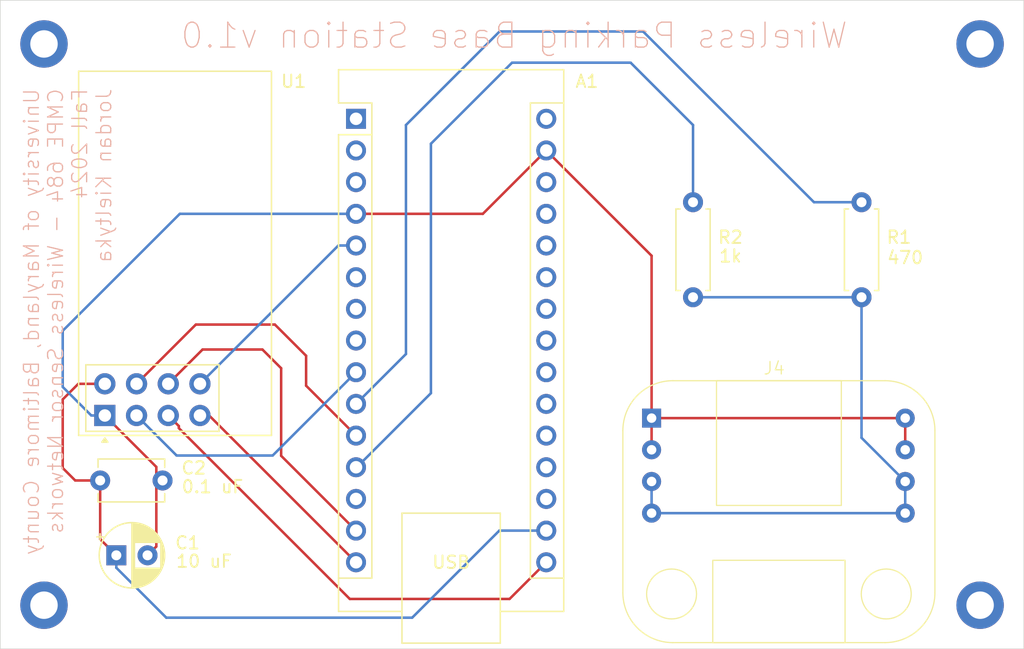
<source format=kicad_pcb>
(kicad_pcb (version 20240108) (generator "pcbnew") (generator_version "8.0")
  (layers (0 "F.Cu" signal) (31 "B.Cu" signal) (34 "B.Paste" user) (35 "F.Paste" user) (36 "B.SilkS" user "B.Silkscreen") (37 "F.SilkS" user "F.Silkscreen") (38 "B.Mask" user) (39 "F.Mask" user) (44 "Edge.Cuts" user))
  (net 0 "")
  (net 1 "Net-(A1-D13)")
  (net 4 "Net-(A1-D9)")
  (net 6 "Net-(A1-D7)")
  (net 7 "GND")
  (net 11 "Net-(A1-D12)")
  (net 13 "Net-(A1-D2)")
  (net 16 "Net-(A1-3V3)")
  (net 17 "Net-(A1-D8)")
  (net 18 "Net-(A1-D11)")
  (net 27 "Net-(A1-D6)")
  (net 30 "Net-(J4-Signal-Pad3)")
  (footprint "Resistor_THT:R_Axial_DIN0207_L6.3mm_D2.5mm_P7.62mm_Horizontal" (layer "F.Cu") (at 143.5 75.69 -90)
    (property "Reference" "R2" (at 2.81 -3 0) (layer "F.SilkS"))
    (property "Value" "1k" (at 4.31 -3 0) (layer "F.SilkS"))
    (fp_line (start 0.54 1.37) (end 7.08 1.37) (stroke (width 0.12)) (layer "F.SilkS"))
    (fp_line (start 7.08 1.37) (end 7.08 1.04) (stroke (width 0.12)) (layer "F.SilkS"))
    (fp_line (start 0.54 1.04) (end 0.54 1.37) (stroke (width 0.12)) (layer "F.SilkS"))
    (fp_line (start 0.54 -1.04) (end 0.54 -1.37) (stroke (width 0.12)) (layer "F.SilkS"))
    (fp_line (start 0.54 -1.37) (end 7.08 -1.37) (stroke (width 0.12)) (layer "F.SilkS"))
    (fp_line (start 7.08 -1.37) (end 7.08 -1.04) (stroke (width 0.12)) (layer "F.SilkS"))
    (pad "1" thru_hole circle (at 0 0 270) (size 1.6 1.6) (drill 0.8) (layers "*.Cu" "*.Mask") (net 4 "Net-(A1-D9)"))
    (pad "2" thru_hole oval (at 7.62 0 270) (size 1.6 1.6) (drill 0.8) (layers "*.Cu" "*.Mask") (net 30 "Net-(J4-Signal-Pad3)"))
  )
  (footprint "Capacitor_THT:CP_Radial_D5.0mm_P2.50mm" (layer "F.Cu") (at 97.294888 104)
    (property "Reference" "C1" (at 5.705112 -1 0) (layer "F.SilkS"))
    (property "Value" "10 uF" (at 7.02593 0.474676 0) (layer "F.SilkS"))
    (fp_line (start -1.554775 -1.475) (end -1.054775 -1.475) (stroke (width 0.12)) (layer "F.SilkS"))
    (fp_line (start -1.304775 -1.725) (end -1.304775 -1.225) (stroke (width 0.12)) (layer "F.SilkS"))
    (fp_line (start 1.25 -2.58) (end 1.25 2.58) (stroke (width 0.12)) (layer "F.SilkS"))
    (fp_line (start 1.29 -2.58) (end 1.29 2.58) (stroke (width 0.12)) (layer "F.SilkS"))
    (fp_line (start 1.33 -2.579) (end 1.33 2.579) (stroke (width 0.12)) (layer "F.SilkS"))
    (fp_line (start 1.37 -2.578) (end 1.37 2.578) (stroke (width 0.12)) (layer "F.SilkS"))
    (fp_line (start 1.41 -2.576) (end 1.41 2.576) (stroke (width 0.12)) (layer "F.SilkS"))
    (fp_line (start 1.45 -2.573) (end 1.45 2.573) (stroke (width 0.12)) (layer "F.SilkS"))
    (fp_line (start 1.49 -2.569) (end 1.49 -1.04) (stroke (width 0.12)) (layer "F.SilkS"))
    (fp_line (start 1.49 1.04) (end 1.49 2.569) (stroke (width 0.12)) (layer "F.SilkS"))
    (fp_line (start 1.53 -2.565) (end 1.53 -1.04) (stroke (width 0.12)) (layer "F.SilkS"))
    (fp_line (start 1.53 1.04) (end 1.53 2.565) (stroke (width 0.12)) (layer "F.SilkS"))
    (fp_line (start 1.57 -2.561) (end 1.57 -1.04) (stroke (width 0.12)) (layer "F.SilkS"))
    (fp_line (start 1.57 1.04) (end 1.57 2.561) (stroke (width 0.12)) (layer "F.SilkS"))
    (fp_line (start 1.61 -2.556) (end 1.61 -1.04) (stroke (width 0.12)) (layer "F.SilkS"))
    (fp_line (start 1.61 1.04) (end 1.61 2.556) (stroke (width 0.12)) (layer "F.SilkS"))
    (fp_line (start 1.65 -2.55) (end 1.65 -1.04) (stroke (width 0.12)) (layer "F.SilkS"))
    (fp_line (start 1.65 1.04) (end 1.65 2.55) (stroke (width 0.12)) (layer "F.SilkS"))
    (fp_line (start 1.69 -2.543) (end 1.69 -1.04) (stroke (width 0.12)) (layer "F.SilkS"))
    (fp_line (start 1.69 1.04) (end 1.69 2.543) (stroke (width 0.12)) (layer "F.SilkS"))
    (fp_line (start 1.73 -2.536) (end 1.73 -1.04) (stroke (width 0.12)) (layer "F.SilkS"))
    (fp_line (start 1.73 1.04) (end 1.73 2.536) (stroke (width 0.12)) (layer "F.SilkS"))
    (fp_line (start 1.77 -2.528) (end 1.77 -1.04) (stroke (width 0.12)) (layer "F.SilkS"))
    (fp_line (start 1.77 1.04) (end 1.77 2.528) (stroke (width 0.12)) (layer "F.SilkS"))
    (fp_line (start 1.81 -2.52) (end 1.81 -1.04) (stroke (width 0.12)) (layer "F.SilkS"))
    (fp_line (start 1.81 1.04) (end 1.81 2.52) (stroke (width 0.12)) (layer "F.SilkS"))
    (fp_line (start 1.85 -2.511) (end 1.85 -1.04) (stroke (width 0.12)) (layer "F.SilkS"))
    (fp_line (start 1.85 1.04) (end 1.85 2.511) (stroke (width 0.12)) (layer "F.SilkS"))
    (fp_line (start 1.89 -2.501) (end 1.89 -1.04) (stroke (width 0.12)) (layer "F.SilkS"))
    (fp_line (start 1.89 1.04) (end 1.89 2.501) (stroke (width 0.12)) (layer "F.SilkS"))
    (fp_line (start 1.93 -2.491) (end 1.93 -1.04) (stroke (width 0.12)) (layer "F.SilkS"))
    (fp_line (start 1.93 1.04) (end 1.93 2.491) (stroke (width 0.12)) (layer "F.SilkS"))
    (fp_line (start 1.971 -2.48) (end 1.971 -1.04) (stroke (width 0.12)) (layer "F.SilkS"))
    (fp_line (start 1.971 1.04) (end 1.971 2.48) (stroke (width 0.12)) (layer "F.SilkS"))
    (fp_line (start 2.011 -2.468) (end 2.011 -1.04) (stroke (width 0.12)) (layer "F.SilkS"))
    (fp_line (start 2.011 1.04) (end 2.011 2.468) (stroke (width 0.12)) (layer "F.SilkS"))
    (fp_line (start 2.051 -2.455) (end 2.051 -1.04) (stroke (width 0.12)) (layer "F.SilkS"))
    (fp_line (start 2.051 1.04) (end 2.051 2.455) (stroke (width 0.12)) (layer "F.SilkS"))
    (fp_line (start 2.091 -2.442) (end 2.091 -1.04) (stroke (width 0.12)) (layer "F.SilkS"))
    (fp_line (start 2.091 1.04) (end 2.091 2.442) (stroke (width 0.12)) (layer "F.SilkS"))
    (fp_line (start 2.131 -2.428) (end 2.131 -1.04) (stroke (width 0.12)) (layer "F.SilkS"))
    (fp_line (start 2.131 1.04) (end 2.131 2.428) (stroke (width 0.12)) (layer "F.SilkS"))
    (fp_line (start 2.171 -2.414) (end 2.171 -1.04) (stroke (width 0.12)) (layer "F.SilkS"))
    (fp_line (start 2.171 1.04) (end 2.171 2.414) (stroke (width 0.12)) (layer "F.SilkS"))
    (fp_line (start 2.211 -2.398) (end 2.211 -1.04) (stroke (width 0.12)) (layer "F.SilkS"))
    (fp_line (start 2.211 1.04) (end 2.211 2.398) (stroke (width 0.12)) (layer "F.SilkS"))
    (fp_line (start 2.251 -2.382) (end 2.251 -1.04) (stroke (width 0.12)) (layer "F.SilkS"))
    (fp_line (start 2.251 1.04) (end 2.251 2.382) (stroke (width 0.12)) (layer "F.SilkS"))
    (fp_line (start 2.291 -2.365) (end 2.291 -1.04) (stroke (width 0.12)) (layer "F.SilkS"))
    (fp_line (start 2.291 1.04) (end 2.291 2.365) (stroke (width 0.12)) (layer "F.SilkS"))
    (fp_line (start 2.331 -2.348) (end 2.331 -1.04) (stroke (width 0.12)) (layer "F.SilkS"))
    (fp_line (start 2.331 1.04) (end 2.331 2.348) (stroke (width 0.12)) (layer "F.SilkS"))
    (fp_line (start 2.371 -2.329) (end 2.371 -1.04) (stroke (width 0.12)) (layer "F.SilkS"))
    (fp_line (start 2.371 1.04) (end 2.371 2.329) (stroke (width 0.12)) (layer "F.SilkS"))
    (fp_line (start 2.411 -2.31) (end 2.411 -1.04) (stroke (width 0.12)) (layer "F.SilkS"))
    (fp_line (start 2.411 1.04) (end 2.411 2.31) (stroke (width 0.12)) (layer "F.SilkS"))
    (fp_line (start 2.451 -2.29) (end 2.451 -1.04) (stroke (width 0.12)) (layer "F.SilkS"))
    (fp_line (start 2.451 1.04) (end 2.451 2.29) (stroke (width 0.12)) (layer "F.SilkS"))
    (fp_line (start 2.491 -2.268) (end 2.491 -1.04) (stroke (width 0.12)) (layer "F.SilkS"))
    (fp_line (start 2.491 1.04) (end 2.491 2.268) (stroke (width 0.12)) (layer "F.SilkS"))
    (fp_line (start 2.531 -2.247) (end 2.531 -1.04) (stroke (width 0.12)) (layer "F.SilkS"))
    (fp_line (start 2.531 1.04) (end 2.531 2.247) (stroke (width 0.12)) (layer "F.SilkS"))
    (fp_line (start 2.571 -2.224) (end 2.571 -1.04) (stroke (width 0.12)) (layer "F.SilkS"))
    (fp_line (start 2.571 1.04) (end 2.571 2.224) (stroke (width 0.12)) (layer "F.SilkS"))
    (fp_line (start 2.611 -2.2) (end 2.611 -1.04) (stroke (width 0.12)) (layer "F.SilkS"))
    (fp_line (start 2.611 1.04) (end 2.611 2.2) (stroke (width 0.12)) (layer "F.SilkS"))
    (fp_line (start 2.651 -2.175) (end 2.651 -1.04) (stroke (width 0.12)) (layer "F.SilkS"))
    (fp_line (start 2.651 1.04) (end 2.651 2.175) (stroke (width 0.12)) (layer "F.SilkS"))
    (fp_line (start 2.691 -2.149) (end 2.691 -1.04) (stroke (width 0.12)) (layer "F.SilkS"))
    (fp_line (start 2.691 1.04) (end 2.691 2.149) (stroke (width 0.12)) (layer "F.SilkS"))
    (fp_line (start 2.731 -2.122) (end 2.731 -1.04) (stroke (width 0.12)) (layer "F.SilkS"))
    (fp_line (start 2.731 1.04) (end 2.731 2.122) (stroke (width 0.12)) (layer "F.SilkS"))
    (fp_line (start 2.771 -2.095) (end 2.771 -1.04) (stroke (width 0.12)) (layer "F.SilkS"))
    (fp_line (start 2.771 1.04) (end 2.771 2.095) (stroke (width 0.12)) (layer "F.SilkS"))
    (fp_line (start 2.811 -2.065) (end 2.811 -1.04) (stroke (width 0.12)) (layer "F.SilkS"))
    (fp_line (start 2.811 1.04) (end 2.811 2.065) (stroke (width 0.12)) (layer "F.SilkS"))
    (fp_line (start 2.851 -2.035) (end 2.851 -1.04) (stroke (width 0.12)) (layer "F.SilkS"))
    (fp_line (start 2.851 1.04) (end 2.851 2.035) (stroke (width 0.12)) (layer "F.SilkS"))
    (fp_line (start 2.891 -2.004) (end 2.891 -1.04) (stroke (width 0.12)) (layer "F.SilkS"))
    (fp_line (start 2.891 1.04) (end 2.891 2.004) (stroke (width 0.12)) (layer "F.SilkS"))
    (fp_line (start 2.931 -1.971) (end 2.931 -1.04) (stroke (width 0.12)) (layer "F.SilkS"))
    (fp_line (start 2.931 1.04) (end 2.931 1.971) (stroke (width 0.12)) (layer "F.SilkS"))
    (fp_line (start 2.971 -1.937) (end 2.971 -1.04) (stroke (width 0.12)) (layer "F.SilkS"))
    (fp_line (start 2.971 1.04) (end 2.971 1.937) (stroke (width 0.12)) (layer "F.SilkS"))
    (fp_line (start 3.011 -1.901) (end 3.011 -1.04) (stroke (width 0.12)) (layer "F.SilkS"))
    (fp_line (start 3.011 1.04) (end 3.011 1.901) (stroke (width 0.12)) (layer "F.SilkS"))
    (fp_line (start 3.051 -1.864) (end 3.051 -1.04) (stroke (width 0.12)) (layer "F.SilkS"))
    (fp_line (start 3.051 1.04) (end 3.051 1.864) (stroke (width 0.12)) (layer "F.SilkS"))
    (fp_line (start 3.091 -1.826) (end 3.091 -1.04) (stroke (width 0.12)) (layer "F.SilkS"))
    (fp_line (start 3.091 1.04) (end 3.091 1.826) (stroke (width 0.12)) (layer "F.SilkS"))
    (fp_line (start 3.131 -1.785) (end 3.131 -1.04) (stroke (width 0.12)) (layer "F.SilkS"))
    (fp_line (start 3.131 1.04) (end 3.131 1.785) (stroke (width 0.12)) (layer "F.SilkS"))
    (fp_line (start 3.171 -1.743) (end 3.171 -1.04) (stroke (width 0.12)) (layer "F.SilkS"))
    (fp_line (start 3.171 1.04) (end 3.171 1.743) (stroke (width 0.12)) (layer "F.SilkS"))
    (fp_line (start 3.211 -1.699) (end 3.211 -1.04) (stroke (width 0.12)) (layer "F.SilkS"))
    (fp_line (start 3.211 1.04) (end 3.211 1.699) (stroke (width 0.12)) (layer "F.SilkS"))
    (fp_line (start 3.251 -1.653) (end 3.251 -1.04) (stroke (width 0.12)) (layer "F.SilkS"))
    (fp_line (start 3.251 1.04) (end 3.251 1.653) (stroke (width 0.12)) (layer "F.SilkS"))
    (fp_line (start 3.291 -1.605) (end 3.291 -1.04) (stroke (width 0.12)) (layer "F.SilkS"))
    (fp_line (start 3.291 1.04) (end 3.291 1.605) (stroke (width 0.12)) (layer "F.SilkS"))
    (fp_line (start 3.331 -1.554) (end 3.331 -1.04) (stroke (width 0.12)) (layer "F.SilkS"))
    (fp_line (start 3.331 1.04) (end 3.331 1.554) (stroke (width 0.12)) (layer "F.SilkS"))
    (fp_line (start 3.371 -1.5) (end 3.371 -1.04) (stroke (width 0.12)) (layer "F.SilkS"))
    (fp_line (start 3.371 1.04) (end 3.371 1.5) (stroke (width 0.12)) (layer "F.SilkS"))
    (fp_line (start 3.411 -1.443) (end 3.411 -1.04) (stroke (width 0.12)) (layer "F.SilkS"))
    (fp_line (start 3.411 1.04) (end 3.411 1.443) (stroke (width 0.12)) (layer "F.SilkS"))
    (fp_line (start 3.451 -1.383) (end 3.451 -1.04) (stroke (width 0.12)) (layer "F.SilkS"))
    (fp_line (start 3.451 1.04) (end 3.451 1.383) (stroke (width 0.12)) (layer "F.SilkS"))
    (fp_line (start 3.491 -1.319) (end 3.491 -1.04) (stroke (width 0.12)) (layer "F.SilkS"))
    (fp_line (start 3.491 1.04) (end 3.491 1.319) (stroke (width 0.12)) (layer "F.SilkS"))
    (fp_line (start 3.531 -1.251) (end 3.531 -1.04) (stroke (width 0.12)) (layer "F.SilkS"))
    (fp_line (start 3.531 1.04) (end 3.531 1.251) (stroke (width 0.12)) (layer "F.SilkS"))
    (fp_line (start 3.571 -1.178) (end 3.571 1.178) (stroke (width 0.12)) (layer "F.SilkS"))
    (fp_line (start 3.611 -1.098) (end 3.611 1.098) (stroke (width 0.12)) (layer "F.SilkS"))
    (fp_line (start 3.651 -1.011) (end 3.651 1.011) (stroke (width 0.12)) (layer "F.SilkS"))
    (fp_line (start 3.691 -0.915) (end 3.691 0.915) (stroke (width 0.12)) (layer "F.SilkS"))
    (fp_line (start 3.731 -0.805) (end 3.731 0.805) (stroke (width 0.12)) (layer "F.SilkS"))
    (fp_line (start 3.771 -0.677) (end 3.771 0.677) (stroke (width 0.12)) (layer "F.SilkS"))
    (fp_line (start 3.811 -0.518) (end 3.811 0.518) (stroke (width 0.12)) (layer "F.SilkS"))
    (fp_line (start 3.851 -0.284) (end 3.851 0.284) (stroke (width 0.12)) (layer "F.SilkS"))
    (fp_circle (center 1.25 0) (end 3.87 0) (stroke (width 0.12)) (fill none) (layer "F.SilkS"))
    (pad "1" thru_hole rect (at 0 0) (size 1.6 1.6) (drill 0.8) (layers "*.Cu" "*.Mask") (net 16 "Net-(A1-3V3)"))
    (pad "2" thru_hole circle (at 2.5 0) (size 1.6 1.6) (drill 0.8) (layers "*.Cu" "*.Mask") (net 7 "GND"))
  )
  (footprint "RF_Module:nRF24L01_Breakout" (layer "F.Cu") (at 96.375 92.7895 90)
    (property "Reference" "U1" (at 26.7895 15.125 0) (layer "F.SilkS"))
    (property "Value" "NRF24L01_Breakout" (hide yes))
    (fp_line (start 27.6 -2.1) (end 27.6 13.35) (stroke (width 0.12)) (layer "F.SilkS"))
    (fp_line (start -1.6 -2.1) (end 27.6 -2.1) (stroke (width 0.12)) (layer "F.SilkS"))
    (fp_line (start -1.6 -2.1) (end -1.6 -2.1) (stroke (width 0.12)) (layer "F.SilkS"))
    (fp_line (start 4.064 -1.524) (end 4.064 9.144) (stroke (width 0.12)) (layer "F.SilkS"))
    (fp_line (start -1.27 -1.524) (end 4.064 -1.524) (stroke (width 0.12)) (layer "F.SilkS"))
    (fp_line (start -1.27 -1.524) (end -1.27 -1.524) (stroke (width 0.12)) (layer "F.SilkS"))
    (fp_line (start 4.064 9.144) (end -1.27 9.144) (stroke (width 0.12)) (layer "F.SilkS"))
    (fp_line (start -1.27 9.144) (end -1.27 -1.524) (stroke (width 0.12)) (layer "F.SilkS"))
    (fp_line (start -1.27 9.144) (end -1.27 9.144) (stroke (width 0.12)) (layer "F.SilkS"))
    (fp_line (start 27.6 13.35) (end -1.6 13.35) (stroke (width 0.12)) (layer "F.SilkS"))
    (fp_line (start -1.6 13.35) (end -1.6 -2.1) (stroke (width 0.12)) (layer "F.SilkS"))
    (fp_poly (pts (xy -1.8 0) (xy -2.136 0.24) (xy -2.136 -0.24) (xy -1.8 0)) (stroke (width 0.12)) (fill solid) (layer "F.SilkS"))
    (pad "1" thru_hole rect (at 0 0 90) (size 1.7 1.7) (drill 1) (layers "*.Cu" "*.Mask") (net 7 "GND"))
    (pad "2" thru_hole circle (at 2.54 0 90) (size 1.7 1.7) (drill 1) (layers "*.Cu" "*.Mask") (net 16 "Net-(A1-3V3)"))
    (pad "3" thru_hole circle (at 0 2.54 90) (size 1.7 1.7) (drill 1) (layers "*.Cu" "*.Mask") (net 27 "Net-(A1-D6)"))
    (pad "4" thru_hole circle (at 2.54 2.54 90) (size 1.7 1.7) (drill 1) (layers "*.Cu" "*.Mask") (net 17 "Net-(A1-D8)"))
    (pad "5" thru_hole circle (at 0 5.08 90) (size 1.7 1.7) (drill 1) (layers "*.Cu" "*.Mask") (net 1 "Net-(A1-D13)"))
    (pad "6" thru_hole circle (at 2.54 5.08 90) (size 1.7 1.7) (drill 1) (layers "*.Cu" "*.Mask") (net 18 "Net-(A1-D11)"))
    (pad "7" thru_hole circle (at 0 7.62 90) (size 1.7 1.7) (drill 1) (layers "*.Cu" "*.Mask") (net 11 "Net-(A1-D12)"))
    (pad "8" thru_hole circle (at 2.54 7.62 90) (size 1.7 1.7) (drill 1) (layers "*.Cu" "*.Mask") (net 13 "Net-(A1-D2)"))
  )
  (footprint "MountingHole:MountingHole_2.2mm_M2_DIN965_Pad_TopBottom" (layer "F.Cu") (at 91.5 108)
    (property "Reference" "REF**" (hide yes))
    (property "Value" "MountingHole_2.2mm_M2_DIN965_Pad_TopBottom" (hide yes))
    (pad "1" thru_hole circle (at 0 0) (size 2.6 2.6) (drill 2.2) (layers "*.Cu" "*.Mask"))
    (pad "1" connect circle (at 0 0) (size 3.8 3.8) (layers "F.Cu" "F.Mask"))
    (pad "1" connect circle (at 0 0) (size 3.8 3.8) (layers "B.Cu" "B.Mask"))
  )
  (footprint "Breakout_Boards:RCA_Breakout" (layer "F.Cu") (at 150.38 100.5)
    (property "Reference" "J4" (at -0.38 -11.5 0) (layer "F.SilkS") (effects (font (thickness 0.1))))
    (property "Value" "RCA_Breakout" (hide yes))
    (fp_line (start -12.5 -6.5) (end -12.5 6.5) (stroke (width 0.1)) (layer "F.SilkS"))
    (fp_line (start -8.5 10.5) (end 8.5 10.5) (stroke (width 0.1)) (layer "F.SilkS"))
    (fp_line (start 8.5 -10.5) (end -8.5 -10.5) (stroke (width 0.1)) (layer "F.SilkS"))
    (fp_line (start 12.5 6.5) (end 12.5 -6.5) (stroke (width 0.1)) (layer "F.SilkS"))
    (fp_rect (start -5.3 3.9) (end 5.3 10.5) (stroke (width 0.1)) (fill none) (layer "F.SilkS"))
    (fp_rect (start -5 -10.5) (end 5 -0.5) (stroke (width 0.1)) (fill none) (layer "F.SilkS"))
    (fp_arc (start -12.5 -6.5) (mid -11.328427 -9.328427) (end -8.5 -10.5) (stroke (width 0.1)) (layer "F.SilkS"))
    (fp_arc (start -8.5 10.5) (mid -11.328427 9.328427) (end -12.5 6.5) (stroke (width 0.1)) (layer "F.SilkS"))
    (fp_arc (start 8.5 -10.5) (mid 11.328427 -9.328427) (end 12.5 -6.5) (stroke (width 0.1)) (layer "F.SilkS"))
    (fp_arc (start 12.5 6.5) (mid 11.328427 9.328427) (end 8.5 10.5) (stroke (width 0.1)) (layer "F.SilkS"))
    (fp_circle (center -8.6 6.6) (end -8.6 4.6) (stroke (width 0.1)) (fill none) (layer "F.SilkS"))
    (fp_circle (center 8.6 6.6) (end 8.6 4.6) (stroke (width 0.1)) (fill none) (layer "F.SilkS"))
    (pad "1" thru_hole rect (at -10.2 -7.5) (size 1.524 1.524) (drill 0.762) (layers "*.Cu" "*.Mask") (net 7 "GND"))
    (pad "2" thru_hole circle (at -10.2 -4.96) (size 1.524 1.524) (drill 0.762) (layers "*.Cu" "*.Mask") (net 7 "GND"))
    (pad "3" thru_hole circle (at -10.2 -2.42) (size 1.524 1.524) (drill 0.762) (layers "*.Cu" "*.Mask") (net 30 "Net-(J4-Signal-Pad3)"))
    (pad "4" thru_hole circle (at -10.2 0.12) (size 1.524 1.524) (drill 0.762) (layers "*.Cu" "*.Mask") (net 30 "Net-(J4-Signal-Pad3)"))
    (pad "5" thru_hole circle (at 10.12 0.12) (size 1.524 1.524) (drill 0.762) (layers "*.Cu" "*.Mask") (net 30 "Net-(J4-Signal-Pad3)"))
    (pad "6" thru_hole circle (at 10.12 -2.42) (size 1.524 1.524) (drill 0.762) (layers "*.Cu" "*.Mask") (net 30 "Net-(J4-Signal-Pad3)"))
    (pad "7" thru_hole circle (at 10.12 -4.96) (size 1.524 1.524) (drill 0.762) (layers "*.Cu" "*.Mask") (net 7 "GND"))
    (pad "8" thru_hole circle (at 10.12 -7.5) (size 1.524 1.524) (drill 0.762) (layers "*.Cu" "*.Mask") (net 7 "GND"))
  )
  (footprint "MountingHole:MountingHole_2.2mm_M2_DIN965_Pad_TopBottom" (layer "F.Cu") (at 91.5 63)
    (property "Reference" "MH1" (hide yes))
    (property "Value" "MountingHole_2.2mm_M2_DIN965_Pad_TopBottom" (hide yes))
    (pad "1" thru_hole circle (at 0 0) (size 2.6 2.6) (drill 2.2) (layers "*.Cu" "*.Mask"))
    (pad "1" connect circle (at 0 0) (size 3.8 3.8) (layers "F.Cu" "F.Mask"))
    (pad "1" connect circle (at 0 0) (size 3.8 3.8) (layers "B.Cu" "B.Mask"))
  )
  (footprint "Module:Arduino_Nano" (layer "F.Cu") (at 116.5 69)
    (property "Reference" "A1" (at 18.5 -3 0) (layer "F.SilkS"))
    (property "Value" "Arduino_Nano_v3.x" (hide yes))
    (fp_line (start -1.4 -3.94) (end -1.4 -1.27) (stroke (width 0.12)) (layer "F.SilkS"))
    (fp_line (start -1.4 1.27) (end -1.4 39.5) (stroke (width 0.12)) (layer "F.SilkS"))
    (fp_line (start -1.4 39.5) (end 3.68 39.5) (stroke (width 0.12)) (layer "F.SilkS"))
    (fp_line (start 1.27 -1.27) (end -1.4 -1.27) (stroke (width 0.12)) (layer "F.SilkS"))
    (fp_line (start 1.27 1.27) (end -1.4 1.27) (stroke (width 0.12)) (layer "F.SilkS"))
    (fp_line (start 1.27 1.27) (end 1.27 -1.27) (stroke (width 0.12)) (layer "F.SilkS"))
    (fp_line (start 1.27 1.27) (end 1.27 36.83) (stroke (width 0.12)) (layer "F.SilkS"))
    (fp_line (start 1.27 36.83) (end -1.4 36.83) (stroke (width 0.12)) (layer "F.SilkS"))
    (fp_line (start 3.68 31.62) (end 11.56 31.62) (stroke (width 0.12)) (layer "F.SilkS"))
    (fp_line (start 3.68 42.04) (end 3.68 31.62) (stroke (width 0.12)) (layer "F.SilkS"))
    (fp_line (start 11.56 31.62) (end 11.56 42.04) (stroke (width 0.12)) (layer "F.SilkS"))
    (fp_line (start 11.56 42.04) (end 3.68 42.04) (stroke (width 0.12)) (layer "F.SilkS"))
    (fp_line (start 13.97 -1.27) (end 13.97 36.83) (stroke (width 0.12)) (layer "F.SilkS"))
    (fp_line (start 13.97 -1.27) (end 16.64 -1.27) (stroke (width 0.12)) (layer "F.SilkS"))
    (fp_line (start 13.97 36.83) (end 16.64 36.83) (stroke (width 0.12)) (layer "F.SilkS"))
    (fp_line (start 16.64 -3.94) (end -1.4 -3.94) (stroke (width 0.12)) (layer "F.SilkS"))
    (fp_line (start 16.64 39.5) (end 11.56 39.5) (stroke (width 0.12)) (layer "F.SilkS"))
    (fp_line (start 16.64 39.5) (end 16.64 -3.94) (stroke (width 0.12)) (layer "F.SilkS"))
    (fp_text user "USB" (at 7.62 35.56 0) (layer "F.SilkS"))
    (pad "1" thru_hole rect (at 0 0) (size 1.6 1.6) (drill 1) (layers "*.Cu" "*.Mask"))
    (pad "2" thru_hole oval (at 0 2.54) (size 1.6 1.6) (drill 1) (layers "*.Cu" "*.Mask"))
    (pad "3" thru_hole oval (at 0 5.08) (size 1.6 1.6) (drill 1) (layers "*.Cu" "*.Mask"))
    (pad "4" thru_hole oval (at 0 7.62) (size 1.6 1.6) (drill 1) (layers "*.Cu" "*.Mask") (net 7 "GND"))
    (pad "5" thru_hole oval (at 0 10.16) (size 1.6 1.6) (drill 1) (layers "*.Cu" "*.Mask") (net 13 "Net-(A1-D2)"))
    (pad "6" thru_hole oval (at 0 12.7) (size 1.6 1.6) (drill 1) (layers "*.Cu" "*.Mask"))
    (pad "7" thru_hole oval (at 0 15.24) (size 1.6 1.6) (drill 1) (layers "*.Cu" "*.Mask"))
    (pad "8" thru_hole oval (at 0 17.78) (size 1.6 1.6) (drill 1) (layers "*.Cu" "*.Mask"))
    (pad "9" thru_hole oval (at 0 20.32) (size 1.6 1.6) (drill 1) (layers "*.Cu" "*.Mask") (net 27 "Net-(A1-D6)"))
    (pad "10" thru_hole oval (at 0 22.86) (size 1.6 1.6) (drill 1) (layers "*.Cu" "*.Mask") (net 6 "Net-(A1-D7)"))
    (pad "11" thru_hole oval (at 0 25.4) (size 1.6 1.6) (drill 1) (layers "*.Cu" "*.Mask") (net 17 "Net-(A1-D8)"))
    (pad "12" thru_hole oval (at 0 27.94) (size 1.6 1.6) (drill 1) (layers "*.Cu" "*.Mask") (net 4 "Net-(A1-D9)"))
    (pad "13" thru_hole oval (at 0 30.48) (size 1.6 1.6) (drill 1) (layers "*.Cu" "*.Mask"))
    (pad "14" thru_hole oval (at 0 33.02) (size 1.6 1.6) (drill 1) (layers "*.Cu" "*.Mask") (net 18 "Net-(A1-D11)"))
    (pad "15" thru_hole oval (at 0 35.56) (size 1.6 1.6) (drill 1) (layers "*.Cu" "*.Mask") (net 11 "Net-(A1-D12)"))
    (pad "16" thru_hole oval (at 15.24 35.56) (size 1.6 1.6) (drill 1) (layers "*.Cu" "*.Mask") (net 1 "Net-(A1-D13)"))
    (pad "17" thru_hole oval (at 15.24 33.02) (size 1.6 1.6) (drill 1) (layers "*.Cu" "*.Mask") (net 16 "Net-(A1-3V3)"))
    (pad "18" thru_hole oval (at 15.24 30.48) (size 1.6 1.6) (drill 1) (layers "*.Cu" "*.Mask"))
    (pad "19" thru_hole oval (at 15.24 27.94) (size 1.6 1.6) (drill 1) (layers "*.Cu" "*.Mask"))
    (pad "20" thru_hole oval (at 15.24 25.4) (size 1.6 1.6) (drill 1) (layers "*.Cu" "*.Mask"))
    (pad "21" thru_hole oval (at 15.24 22.86) (size 1.6 1.6) (drill 1) (layers "*.Cu" "*.Mask"))
    (pad "22" thru_hole oval (at 15.24 20.32) (size 1.6 1.6) (drill 1) (layers "*.Cu" "*.Mask"))
    (pad "23" thru_hole oval (at 15.24 17.78) (size 1.6 1.6) (drill 1) (layers "*.Cu" "*.Mask"))
    (pad "24" thru_hole oval (at 15.24 15.24) (size 1.6 1.6) (drill 1) (layers "*.Cu" "*.Mask"))
    (pad "25" thru_hole oval (at 15.24 12.7) (size 1.6 1.6) (drill 1) (layers "*.Cu" "*.Mask"))
    (pad "26" thru_hole oval (at 15.24 10.16) (size 1.6 1.6) (drill 1) (layers "*.Cu" "*.Mask"))
    (pad "27" thru_hole oval (at 15.24 7.62) (size 1.6 1.6) (drill 1) (layers "*.Cu" "*.Mask"))
    (pad "28" thru_hole oval (at 15.24 5.08) (size 1.6 1.6) (drill 1) (layers "*.Cu" "*.Mask"))
    (pad "29" thru_hole oval (at 15.24 2.54) (size 1.6 1.6) (drill 1) (layers "*.Cu" "*.Mask") (net 7 "GND"))
    (pad "30" thru_hole oval (at 15.24 0) (size 1.6 1.6) (drill 1) (layers "*.Cu" "*.Mask"))
  )
  (footprint "MountingHole:MountingHole_2.2mm_M2_DIN965_Pad_TopBottom" (layer "F.Cu") (at 166.5 63)
    (property "Reference" "MH2" (hide yes))
    (property "Value" "MountingHole_2.2mm_M2_DIN965_Pad_TopBottom" (hide yes))
    (pad "1" thru_hole circle (at 0 0) (size 2.6 2.6) (drill 2.2) (layers "*.Cu" "*.Mask"))
    (pad "1" connect circle (at 0 0) (size 3.8 3.8) (layers "F.Cu" "F.Mask"))
    (pad "1" connect circle (at 0 0) (size 3.8 3.8) (layers "B.Cu" "B.Mask"))
  )
  (footprint "Capacitor_THT:C_Disc_D5.1mm_W3.2mm_P5.00mm" (layer "F.Cu") (at 96 98)
    (property "Reference" "C2" (at 7.5 -1 0) (layer "F.SilkS"))
    (property "Value" "0.1 uF" (at 9 0.5 0) (layer "F.SilkS"))
    (fp_line (start -0.17 -1.721) (end -0.17 -1.055) (stroke (width 0.12)) (layer "F.SilkS"))
    (fp_line (start -0.17 -1.721) (end 5.17 -1.721) (stroke (width 0.12)) (layer "F.SilkS"))
    (fp_line (start -0.17 1.055) (end -0.17 1.721) (stroke (width 0.12)) (layer "F.SilkS"))
    (fp_line (start -0.17 1.721) (end 5.17 1.721) (stroke (width 0.12)) (layer "F.SilkS"))
    (fp_line (start 5.17 -1.721) (end 5.17 -1.055) (stroke (width 0.12)) (layer "F.SilkS"))
    (fp_line (start 5.17 1.055) (end 5.17 1.721) (stroke (width 0.12)) (layer "F.SilkS"))
    (pad "1" thru_hole circle (at 0 0) (size 1.6 1.6) (drill 0.8) (layers "*.Cu" "*.Mask") (net 16 "Net-(A1-3V3)"))
    (pad "2" thru_hole circle (at 5 0) (size 1.6 1.6) (drill 0.8) (layers "*.Cu" "*.Mask") (net 7 "GND"))
  )
  (footprint "Resistor_THT:R_Axial_DIN0207_L6.3mm_D2.5mm_P7.62mm_Horizontal" (layer "F.Cu") (at 157 75.69 -90)
    (property "Reference" "R1" (at 2.81 -3 0) (layer "F.SilkS"))
    (property "Value" "470" (at 4.44 -3.5 0) (layer "F.SilkS"))
    (fp_line (start 0.54 1.37) (end 7.08 1.37) (stroke (width 0.12)) (layer "F.SilkS"))
    (fp_line (start 7.08 1.37) (end 7.08 1.04) (stroke (width 0.12)) (layer "F.SilkS"))
    (fp_line (start 0.54 1.04) (end 0.54 1.37) (stroke (width 0.12)) (layer "F.SilkS"))
    (fp_line (start 0.54 -1.04) (end 0.54 -1.37) (stroke (width 0.12)) (layer "F.SilkS"))
    (fp_line (start 0.54 -1.37) (end 7.08 -1.37) (stroke (width 0.12)) (layer "F.SilkS"))
    (fp_line (start 7.08 -1.37) (end 7.08 -1.04) (stroke (width 0.12)) (layer "F.SilkS"))
    (pad "1" thru_hole circle (at 0 0 270) (size 1.6 1.6) (drill 0.8) (layers "*.Cu" "*.Mask") (net 6 "Net-(A1-D7)"))
    (pad "2" thru_hole oval (at 7.62 0 270) (size 1.6 1.6) (drill 0.8) (layers "*.Cu" "*.Mask") (net 30 "Net-(J4-Signal-Pad3)"))
  )
  (footprint "MountingHole:MountingHole_2.2mm_M2_DIN965_Pad_TopBottom" (layer "F.Cu") (at 166.5 108)
    (property "Reference" "MH3" (hide yes))
    (property "Value" "MountingHole_2.2mm_M2_DIN965_Pad_TopBottom" (hide yes))
    (pad "1" thru_hole circle (at 0 0) (size 2.6 2.6) (drill 2.2) (layers "*.Cu" "*.Mask"))
    (pad "1" connect circle (at 0 0) (size 3.8 3.8) (layers "F.Cu" "F.Mask"))
    (pad "1" connect circle (at 0 0) (size 3.8 3.8) (layers "B.Cu" "B.Mask"))
  )
  (gr_rect (start 88 59.5) (end 170 111.5) (stroke (width 0.05)) (fill none) (layer "Edge.Cuts"))
  (gr_text "Wireless Parking Base Station v1.0" (at 156 63.5 0) (layer "B.SilkS") (effects (font (size 2 2) (thickness 0.1)) (justify left bottom mirror)))
  (gr_text "University of Maryland, Baltimore County\nCMPE 684 - Wireless Sensor Networks\nFall 2024\nJordan Kieltyka" (at 97 66.5 90) (layer "B.SilkS") (effects (font (size 1.2 1.2) (thickness 0.1)) (justify left bottom mirror)))
  (segment (start 102.305 93.6395) (end 102.305 93.805) (width 0.2) (layer "F.Cu") (net 1))
  (segment (start 101.455 92.7895) (end 102.305 93.6395) (width 0.2) (layer "F.Cu") (net 1))
  (segment (start 102.305 93.805) (end 116 107.5) (width 0.2) (layer "F.Cu") (net 1))
  (segment (start 128.8 107.5) (end 131.74 104.56) (width 0.2) (layer "F.Cu") (net 1))
  (segment (start 116 107.5) (end 128.8 107.5) (width 0.2) (layer "F.Cu") (net 1))
  (segment (start 116.5 96.94) (end 116.56 96.94) (width 0.2) (layer "B.Cu") (net 4))
  (segment (start 143.5 69.5) (end 138.5 64.5) (width 0.2) (layer "B.Cu") (net 4))
  (segment (start 122.5 91) (end 122.5 71) (width 0.2) (layer "B.Cu") (net 4))
  (segment (start 143.5 75.69) (end 143.5 69.5) (width 0.2) (layer "B.Cu") (net 4))
  (segment (start 116.56 96.94) (end 122.5 91) (width 0.2) (layer "B.Cu") (net 4))
  (segment (start 129 64.5) (end 138.5 64.5) (width 0.2) (layer "B.Cu") (net 4))
  (segment (start 122.5 71) (end 129 64.5) (width 0.2) (layer "B.Cu") (net 4))
  (segment (start 153.19 75.69) (end 139.5 62) (width 0.2) (layer "B.Cu") (net 6))
  (segment (start 120.5 69.5) (end 128 62) (width 0.2) (layer "B.Cu") (net 6))
  (segment (start 120.5 87.86) (end 120.5 69.5) (width 0.2) (layer "B.Cu") (net 6))
  (segment (start 128 62) (end 139.5 62) (width 0.2) (layer "B.Cu") (net 6))
  (segment (start 116.5 91.86) (end 120.5 87.86) (width 0.2) (layer "B.Cu") (net 6))
  (segment (start 153.19 75.69) (end 157 75.69) (width 0.2) (layer "B.Cu") (net 6))
  (segment (start 99.794888 104) (end 100.5 103.294888) (width 0.2) (layer "F.Cu") (net 7))
  (segment (start 100.5 103.294888) (end 100.5 98.5) (width 0.2) (layer "F.Cu") (net 7))
  (segment (start 101 98) (end 100.5 97.5) (width 0.2) (layer "F.Cu") (net 7))
  (segment (start 100.5 97.5) (end 100.5 96.9145) (width 0.2) (layer "F.Cu") (net 7))
  (segment (start 140.18 93) (end 160.5 93) (width 0.2) (layer "F.Cu") (net 7))
  (segment (start 140.18 79.98) (end 131.74 71.54) (width 0.2) (layer "F.Cu") (net 7))
  (segment (start 160.5 95.54) (end 160.5 93) (width 0.2) (layer "F.Cu") (net 7))
  (segment (start 126.66 76.62) (end 131.74 71.54) (width 0.2) (layer "F.Cu") (net 7))
  (segment (start 140.18 95.54) (end 140.18 93) (width 0.2) (layer "F.Cu") (net 7))
  (segment (start 100.5 98.5) (end 101 98) (width 0.2) (layer "F.Cu") (net 7))
  (segment (start 140.18 93) (end 140.18 79.98) (width 0.2) (layer "F.Cu") (net 7))
  (segment (start 116.5 76.62) (end 126.66 76.62) (width 0.2) (layer "F.Cu") (net 7))
  (segment (start 100.5 96.9145) (end 96.375 92.7895) (width 0.2) (layer "F.Cu") (net 7))
  (segment (start 95.2895 92.7895) (end 93 90.5) (width 0.2) (layer "B.Cu") (net 7))
  (segment (start 93 90.5) (end 93 86) (width 0.2) (layer "B.Cu") (net 7))
  (segment (start 96.375 92.7895) (end 95.2895 92.7895) (width 0.2) (layer "B.Cu") (net 7))
  (segment (start 102.38 76.62) (end 116.5 76.62) (width 0.2) (layer "B.Cu") (net 7))
  (segment (start 93 86) (end 102.38 76.62) (width 0.2) (layer "B.Cu") (net 7))
  (segment (start 104.7295 92.7895) (end 103.995 92.7895) (width 0.2) (layer "F.Cu") (net 11))
  (segment (start 116.5 104.56) (end 104.7295 92.7895) (width 0.2) (layer "F.Cu") (net 11))
  (segment (start 116.5 79.16) (end 115.0845 79.16) (width 0.2) (layer "B.Cu") (net 13))
  (segment (start 115.0845 79.16) (end 103.995 90.2495) (width 0.2) (layer "B.Cu") (net 13))
  (segment (start 94.2505 90.2495) (end 96.375 90.2495) (width 0.2) (layer "F.Cu") (net 16))
  (segment (start 93 91.5) (end 94.2505 90.2495) (width 0.2) (layer "F.Cu") (net 16))
  (segment (start 96 98) (end 96 102.705112) (width 0.2) (layer "F.Cu") (net 16))
  (segment (start 96 98) (end 94 98) (width 0.2) (layer "F.Cu") (net 16))
  (segment (start 96 102.705112) (end 97.294888 104) (width 0.2) (layer "F.Cu") (net 16))
  (segment (start 93 97) (end 93 91.5) (width 0.2) (layer "F.Cu") (net 16))
  (segment (start 94 98) (end 93 97) (width 0.2) (layer "F.Cu") (net 16))
  (segment (start 121 109) (end 127.98 102.02) (width 0.2) (layer "B.Cu") (net 16))
  (segment (start 97.294888 104) (end 97.294888 105) (width 0.2) (layer "B.Cu") (net 16))
  (segment (start 127.98 102.02) (end 131.74 102.02) (width 0.2) (layer "B.Cu") (net 16))
  (segment (start 97.294888 105) (end 101.294888 109) (width 0.2) (layer "B.Cu") (net 16))
  (segment (start 101.294888 109) (end 121 109) (width 0.2) (layer "B.Cu") (net 16))
  (segment (start 98.915 90.2495) (end 103.6645 85.5) (width 0.2) (layer "F.Cu") (net 17))
  (segment (start 103.6645 85.5) (end 110 85.5) (width 0.2) (layer "F.Cu") (net 17))
  (segment (start 110 85.5) (end 112.5 88) (width 0.2) (layer "F.Cu") (net 17))
  (segment (start 112.5 88) (end 112.5 90.4) (width 0.2) (layer "F.Cu") (net 17))
  (segment (start 112.5 90.4) (end 116.5 94.4) (width 0.2) (layer "F.Cu") (net 17))
  (segment (start 110.5 89) (end 110.5 96.02) (width 0.2) (layer "F.Cu") (net 18))
  (segment (start 101.455 90.2495) (end 104.2045 87.5) (width 0.2) (layer "F.Cu") (net 18))
  (segment (start 104.2045 87.5) (end 109 87.5) (width 0.2) (layer "F.Cu") (net 18))
  (segment (start 110.5 96.02) (end 116.5 102.02) (width 0.2) (layer "F.Cu") (net 18))
  (segment (start 109 87.5) (end 110.5 89) (width 0.2) (layer "F.Cu") (net 18))
  (segment (start 109.82 96) (end 116.5 89.32) (width 0.2) (layer "B.Cu") (net 27))
  (segment (start 102.1255 96) (end 109.82 96) (width 0.2) (layer "B.Cu") (net 27))
  (segment (start 98.915 92.7895) (end 102.1255 96) (width 0.2) (layer "B.Cu") (net 27))
  (segment (start 160.5 98.08) (end 160.5 98) (width 0.2) (layer "B.Cu") (net 30))
  (segment (start 160.5 100.62) (end 160.5 98.08) (width 0.2) (layer "B.Cu") (net 30))
  (segment (start 143.5 82.69) (end 143.69 82.69) (width 0.2) (layer "B.Cu") (net 30))
  (segment (start 157 94.58) (end 160.5 98.08) (width 0.2) (layer "B.Cu") (net 30))
  (segment (start 140.18 100.62) (end 160.5 100.62) (width 0.2) (layer "B.Cu") (net 30))
  (segment (start 157 83.31) (end 157 94.58) (width 0.2) (layer "B.Cu") (net 30))
  (segment (start 157 83.31) (end 143.5 83.31) (width 0.2) (layer "B.Cu") (net 30))
  (segment (start 140.18 100.62) (end 140.18 98.08) (width 0.2) (layer "B.Cu") (net 30))
)
</source>
